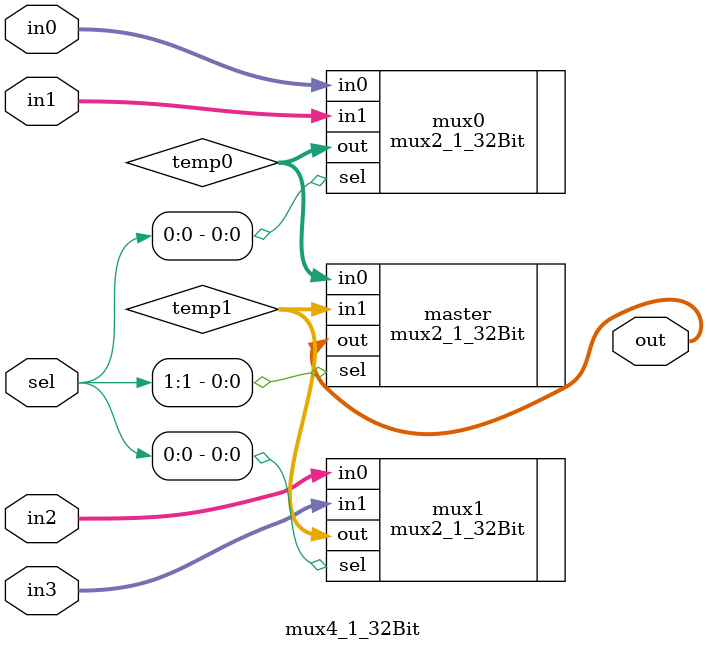
<source format=sv>


`timescale 1 ps / 100 fs

module mux4_1_32Bit (out, in0, in1, in2, in3, sel);
	output [31:0] out;
	input [31:0] in0, in1, in2, in3;
	input [1:0] sel;
		
	wire [31:0] temp0, temp1;
	
	mux2_1_32Bit mux0 (.out(temp0), .in0, .in1, .sel(sel[0]));
	mux2_1_32Bit mux1 (.out(temp1), .in0(in2), .in1(in3), .sel(sel[0]));
	
	mux2_1_32Bit master (.out, .in0(temp0), .in1(temp1), .sel(sel[1]));	
	
endmodule 
</source>
